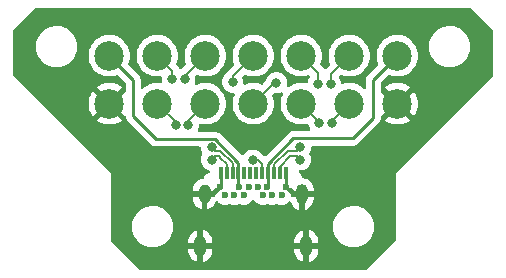
<source format=gbr>
%TF.GenerationSoftware,KiCad,Pcbnew,8.0.1*%
%TF.CreationDate,2024-03-26T16:51:19-04:00*%
%TF.ProjectId,commapogo_female,636f6d6d-6170-46f6-976f-5f66656d616c,rev?*%
%TF.SameCoordinates,Original*%
%TF.FileFunction,Copper,L1,Top*%
%TF.FilePolarity,Positive*%
%FSLAX46Y46*%
G04 Gerber Fmt 4.6, Leading zero omitted, Abs format (unit mm)*
G04 Created by KiCad (PCBNEW 8.0.1) date 2024-03-26 16:51:19*
%MOMM*%
%LPD*%
G01*
G04 APERTURE LIST*
%TA.AperFunction,ComponentPad*%
%ADD10O,1.000000X1.600000*%
%TD*%
%TA.AperFunction,ComponentPad*%
%ADD11O,1.000000X1.800000*%
%TD*%
%TA.AperFunction,ComponentPad*%
%ADD12O,1.000000X1.700000*%
%TD*%
%TA.AperFunction,SMDPad,CuDef*%
%ADD13R,0.300000X1.000000*%
%TD*%
%TA.AperFunction,ComponentPad*%
%ADD14C,0.600000*%
%TD*%
%TA.AperFunction,SMDPad,CuDef*%
%ADD15C,2.500000*%
%TD*%
%TA.AperFunction,ViaPad*%
%ADD16C,0.800000*%
%TD*%
%TA.AperFunction,Conductor*%
%ADD17C,0.250000*%
%TD*%
%TA.AperFunction,Conductor*%
%ADD18C,0.200000*%
%TD*%
G04 APERTURE END LIST*
D10*
%TO.P,J2,1*%
%TO.N,GND*%
X-4125000Y-5620000D03*
D11*
%TO.P,J2,2*%
X-4485000Y-10010000D03*
%TO.P,J2,3*%
X4485000Y-10010000D03*
D12*
%TO.P,J2,4*%
X4125000Y-5620000D03*
D13*
%TO.P,J2,A1,Pin_1a*%
X-2750000Y-3810000D03*
%TO.P,J2,A2,Pin_2a*%
%TO.N,/CAN0_P*%
X-2250000Y-3810000D03*
%TO.P,J2,A3,Pin_3a*%
%TO.N,/CAN0_N*%
X-1750000Y-3810000D03*
%TO.P,J2,A4,Pin_4a*%
%TO.N,+12V*%
X-1250000Y-3810000D03*
%TO.P,J2,A5,Pin_5a*%
%TO.N,unconnected-(J2-Pin_5a-PadA5)*%
X-750000Y-3810000D03*
%TO.P,J2,A6,Pin_6a*%
%TO.N,unconnected-(J2-Pin_6a-PadA6)*%
X-250000Y-3810000D03*
%TO.P,J2,A7,Pin_7a*%
%TO.N,unconnected-(J2-Pin_7a-PadA7)*%
X250000Y-3810000D03*
%TO.P,J2,A8,Pin_8a*%
%TO.N,/SBU1*%
X750000Y-3810000D03*
%TO.P,J2,A9,A9*%
%TO.N,+12V*%
X1250000Y-3810000D03*
%TO.P,J2,A10,Pin_10a*%
%TO.N,/CAN1_N*%
X1750000Y-3810000D03*
%TO.P,J2,A11,Pin_11a*%
%TO.N,/CAN1_P*%
X2250000Y-3810000D03*
%TO.P,J2,A12,Pin_12a*%
%TO.N,GND*%
X2750000Y-3810000D03*
D14*
%TO.P,J2,B1,B1*%
X2800000Y-5020000D03*
%TO.P,J2,B2,Pin_2b*%
%TO.N,/CAN2_P*%
X2400000Y-5720000D03*
%TO.P,J2,B3,Pin_3b*%
%TO.N,/CAN2_N*%
X1600000Y-5720000D03*
%TO.P,J2,B4,Pin_4b*%
%TO.N,+12V*%
X1200000Y-5020000D03*
%TO.P,J2,B5,Pin_5b*%
%TO.N,unconnected-(J2-Pin_5b-PadB5)*%
X800000Y-5720000D03*
%TO.P,J2,B6,Pin_6b*%
%TO.N,unconnected-(J2-Pin_6b-PadB6)*%
X400000Y-5020000D03*
%TO.P,J2,B7,Pin_7b*%
%TO.N,unconnected-(J2-Pin_7b-PadB7)*%
X-400000Y-5020000D03*
%TO.P,J2,B8,Pin_8b*%
%TO.N,/SBU2*%
X-800000Y-5720000D03*
%TO.P,J2,B9,Pin_9b*%
%TO.N,+12V*%
X-1200000Y-5020000D03*
%TO.P,J2,B10,Pin_10b*%
%TO.N,/CAN3_N*%
X-1600000Y-5720000D03*
%TO.P,J2,B11,Pin_11b*%
%TO.N,/CAN3_P*%
X-2400000Y-5720000D03*
%TO.P,J2,B12,Pin_12b*%
%TO.N,GND*%
X-2800000Y-5020000D03*
%TD*%
D15*
%TO.P,J1,1,Pin_1a*%
%TO.N,+12V*%
X-12192000Y6096000D03*
%TO.P,J1,2,Pin_2a*%
%TO.N,/CAN3_P*%
X-8128000Y6096000D03*
%TO.P,J1,3,Pin_3a*%
%TO.N,/CAN3_N*%
X-4064000Y6096000D03*
%TO.P,J1,4,Pin_4a*%
%TO.N,/SBU2*%
X0Y6096000D03*
%TO.P,J1,5,Pin_5a*%
%TO.N,/CAN2_N*%
X4064000Y6096000D03*
%TO.P,J1,6,Pin_6a*%
%TO.N,/CAN2_P*%
X8128000Y6096000D03*
%TO.P,J1,7,Pin_7a*%
%TO.N,+12V*%
X12192000Y6096000D03*
%TO.P,J1,8,Pin_1b*%
%TO.N,GND*%
X-12192000Y2032000D03*
%TO.P,J1,9,Pin_2b*%
%TO.N,/CAN0_P*%
X-8128000Y2032000D03*
%TO.P,J1,10,Pin_3b*%
%TO.N,/CAN0_N*%
X-4064000Y2032000D03*
%TO.P,J1,11,Pin_4b*%
%TO.N,/SBU1*%
X0Y2032000D03*
%TO.P,J1,12,Pin_5b*%
%TO.N,/CAN1_N*%
X4064000Y2032000D03*
%TO.P,J1,13,Pin_6b*%
%TO.N,/CAN1_P*%
X8128000Y2032000D03*
%TO.P,J1,14,Pin_7b*%
%TO.N,GND*%
X12192000Y2032000D03*
%TD*%
D16*
%TO.N,/CAN2_N*%
X5494800Y3708400D03*
%TO.N,/CAN1_P*%
X3987800Y-2709400D03*
X6646400Y355600D03*
%TO.N,/SBU1*%
X-45421Y-2747641D03*
X1955800Y3810000D03*
%TO.N,/CAN2_P*%
X6544800Y3708400D03*
%TO.N,/CAN1_N*%
X3987800Y-1659400D03*
X5596400Y355600D03*
%TO.N,/CAN0_P*%
X-6544800Y254000D03*
X-3530600Y-2709400D03*
%TO.N,/CAN3_N*%
X-5799600Y4114800D03*
%TO.N,/SBU2*%
X-1752594Y3860803D03*
%TO.N,/CAN3_P*%
X-6849600Y4114800D03*
%TO.N,/CAN0_N*%
X-3530600Y-1659400D03*
X-5494800Y254000D03*
%TD*%
D17*
%TO.N,+12V*%
X-10160000Y4064000D02*
X-12192000Y6096000D01*
X-3244689Y-965200D02*
X-8204200Y-965200D01*
X-1250000Y-2959889D02*
X-3244689Y-965200D01*
X-8204200Y-965200D02*
X-10160000Y990600D01*
X-10160000Y990600D02*
X-10160000Y4064000D01*
X-1250000Y-3810000D02*
X-1250000Y-2959889D01*
X8407400Y-914400D02*
X10160000Y838200D01*
X10160000Y838200D02*
X10160000Y4064000D01*
X1250000Y-3060000D02*
X3395600Y-914400D01*
X10160000Y4064000D02*
X12192000Y6096000D01*
X1250000Y-3810000D02*
X1250000Y-3060000D01*
X3395600Y-914400D02*
X8407400Y-914400D01*
X-1250000Y-3810000D02*
X-1250000Y-4970000D01*
X1250000Y-3810000D02*
X1250000Y-4970000D01*
X-1250000Y-4970000D02*
X-1200000Y-5020000D01*
X1250000Y-4970000D02*
X1200000Y-5020000D01*
D18*
%TO.N,/CAN2_N*%
X5494800Y4665200D02*
X4064000Y6096000D01*
X5494800Y3708400D02*
X5494800Y4665200D01*
%TO.N,/CAN1_P*%
X2250000Y-3460000D02*
X2225000Y-3435000D01*
X6646400Y355600D02*
X6646400Y550400D01*
X3687801Y-2409401D02*
X3987800Y-2709400D01*
X6646400Y550400D02*
X8128000Y2032000D01*
X2225000Y-3300200D02*
X3115799Y-2409401D01*
X3115799Y-2409401D02*
X3687801Y-2409401D01*
X2250000Y-3810000D02*
X2250000Y-3460000D01*
X2225000Y-3435000D02*
X2225000Y-3300200D01*
D17*
%TO.N,GND*%
X2750000Y-4970000D02*
X2800000Y-5020000D01*
X2750000Y-3810000D02*
X2750000Y-4970000D01*
X3400000Y-5620000D02*
X4125000Y-5620000D01*
X-2750000Y-3810000D02*
X-2750000Y-4970000D01*
X-3400000Y-5620000D02*
X-4125000Y-5620000D01*
X2800000Y-5020000D02*
X3400000Y-5620000D01*
X-2750000Y-4970000D02*
X-2800000Y-5020000D01*
X-2800000Y-5020000D02*
X-3400000Y-5620000D01*
D18*
%TO.N,/SBU1*%
X387641Y-2747641D02*
X-45421Y-2747641D01*
X750000Y-3810000D02*
X750000Y-3110000D01*
X1955800Y3810000D02*
X1778000Y3810000D01*
X1778000Y3810000D02*
X0Y2032000D01*
X750000Y1282000D02*
X0Y2032000D01*
X750000Y-3110000D02*
X387641Y-2747641D01*
%TO.N,/CAN2_P*%
X6544800Y4512800D02*
X8128000Y6096000D01*
X6544800Y3708400D02*
X6544800Y4512800D01*
%TO.N,/CAN1_N*%
X1750000Y-3460000D02*
X1775000Y-3435000D01*
X5596400Y499600D02*
X4064000Y2032000D01*
X1775000Y-3435000D02*
X1775000Y-3113800D01*
X5596400Y355600D02*
X5596400Y499600D01*
X3687801Y-1959399D02*
X3987800Y-1659400D01*
X1775000Y-3113800D02*
X2929401Y-1959399D01*
X2929401Y-1959399D02*
X3687801Y-1959399D01*
X1750000Y-3810000D02*
X1750000Y-3460000D01*
%TO.N,/CAN0_P*%
X-6544800Y254000D02*
X-6544800Y448800D01*
X-2250000Y-3810000D02*
X-2250000Y-3110000D01*
X-2250000Y-3110000D02*
X-2812400Y-2547600D01*
X-3230601Y-2409401D02*
X-3530600Y-2709400D01*
X-6544800Y448800D02*
X-8128000Y2032000D01*
X-2812400Y-2509600D02*
X-2912599Y-2409401D01*
X-2912599Y-2409401D02*
X-3230601Y-2409401D01*
X-2812400Y-2547600D02*
X-2812400Y-2509600D01*
%TO.N,/CAN3_N*%
X-5799600Y4360400D02*
X-4064000Y6096000D01*
X-5799600Y4114800D02*
X-5799600Y4360400D01*
%TO.N,/SBU2*%
X0Y6096000D02*
X-1752594Y4343406D01*
X-1752594Y4343406D02*
X-1752594Y3860803D01*
%TO.N,/CAN3_P*%
X-6849600Y4817600D02*
X-8128000Y6096000D01*
X-6849600Y4114800D02*
X-6849600Y4817600D01*
%TO.N,/CAN0_N*%
X-2802034Y-1959399D02*
X-3230601Y-1959399D01*
X-5494800Y601200D02*
X-4064000Y2032000D01*
X-1750000Y-3011433D02*
X-2802034Y-1959399D01*
X-1750000Y-3810000D02*
X-1750000Y-3011433D01*
X-5494800Y254000D02*
X-5494800Y601200D01*
X-3230601Y-1959399D02*
X-3530600Y-1659400D01*
%TD*%
%TA.AperFunction,Conductor*%
%TO.N,GND*%
G36*
X-3133494Y-5102452D02*
G01*
X-3077560Y-5144323D01*
X-3053143Y-5209788D01*
X-3067995Y-5278061D01*
X-3071833Y-5284605D01*
X-3125788Y-5370474D01*
X-3185369Y-5540745D01*
X-3185370Y-5540750D01*
X-3205565Y-5719996D01*
X-3205565Y-5720001D01*
X-3204200Y-5732115D01*
X-3216254Y-5800937D01*
X-3263603Y-5852317D01*
X-3327420Y-5870000D01*
X-3875000Y-5870000D01*
X-3875000Y-5370000D01*
X-3503554Y-5370000D01*
X-3503554Y-5369999D01*
X-3264508Y-5130953D01*
X-3203185Y-5097468D01*
X-3133494Y-5102452D01*
G37*
%TD.AperFunction*%
%TA.AperFunction,Conductor*%
G36*
X3258980Y-5125754D02*
G01*
X3264507Y-5130953D01*
X3503554Y-5370000D01*
X3875000Y-5370000D01*
X3875000Y-5870000D01*
X3327420Y-5870000D01*
X3260381Y-5850315D01*
X3214626Y-5797511D01*
X3204200Y-5732115D01*
X3205565Y-5720001D01*
X3205565Y-5719996D01*
X3185369Y-5540750D01*
X3185368Y-5540745D01*
X3125788Y-5370476D01*
X3071832Y-5284606D01*
X3052832Y-5217370D01*
X3073200Y-5150534D01*
X3126467Y-5105320D01*
X3195724Y-5096082D01*
X3258980Y-5125754D01*
G37*
%TD.AperFunction*%
%TA.AperFunction,Conductor*%
G36*
X18430677Y10140315D02*
G01*
X18451319Y10123681D01*
X20283681Y8291319D01*
X20317166Y8229996D01*
X20320000Y8203638D01*
X20320000Y4496362D01*
X20300315Y4429323D01*
X20283681Y4408681D01*
X12065000Y-3809999D01*
X12065000Y-9473638D01*
X12045315Y-9540677D01*
X12028681Y-9561319D01*
X9561319Y-12028681D01*
X9499996Y-12062166D01*
X9473638Y-12065000D01*
X0Y-12065000D01*
X-9473638Y-12065000D01*
X-9540677Y-12045315D01*
X-9561319Y-12028681D01*
X-11081505Y-10508495D01*
X-5485000Y-10508495D01*
X-5446573Y-10701681D01*
X-5446570Y-10701693D01*
X-5371193Y-10883671D01*
X-5371186Y-10883684D01*
X-5261752Y-11047462D01*
X-5261749Y-11047466D01*
X-5122467Y-11186748D01*
X-5122463Y-11186751D01*
X-4958685Y-11296185D01*
X-4958672Y-11296192D01*
X-4776692Y-11371569D01*
X-4735000Y-11379862D01*
X-4735000Y-10359728D01*
X-4696940Y-10451614D01*
X-4626614Y-10521940D01*
X-4534728Y-10560000D01*
X-4435272Y-10560000D01*
X-4343386Y-10521940D01*
X-4273060Y-10451614D01*
X-4235000Y-10359728D01*
X-4235000Y-11379862D01*
X-4193310Y-11371569D01*
X-4193308Y-11371569D01*
X-4011329Y-11296192D01*
X-4011316Y-11296185D01*
X-3847538Y-11186751D01*
X-3847534Y-11186748D01*
X-3708252Y-11047466D01*
X-3708249Y-11047462D01*
X-3598815Y-10883684D01*
X-3598808Y-10883671D01*
X-3523431Y-10701693D01*
X-3523428Y-10701681D01*
X-3485001Y-10508495D01*
X3485000Y-10508495D01*
X3523427Y-10701681D01*
X3523430Y-10701693D01*
X3598807Y-10883671D01*
X3598814Y-10883684D01*
X3708248Y-11047462D01*
X3708251Y-11047466D01*
X3847533Y-11186748D01*
X3847537Y-11186751D01*
X4011315Y-11296185D01*
X4011328Y-11296192D01*
X4193308Y-11371569D01*
X4235000Y-11379862D01*
X4235000Y-10359728D01*
X4273060Y-10451614D01*
X4343386Y-10521940D01*
X4435272Y-10560000D01*
X4534728Y-10560000D01*
X4626614Y-10521940D01*
X4696940Y-10451614D01*
X4735000Y-10359728D01*
X4735000Y-11379862D01*
X4776690Y-11371569D01*
X4776692Y-11371569D01*
X4958671Y-11296192D01*
X4958684Y-11296185D01*
X5122462Y-11186751D01*
X5122466Y-11186748D01*
X5261748Y-11047466D01*
X5261751Y-11047462D01*
X5371185Y-10883684D01*
X5371192Y-10883671D01*
X5446569Y-10701693D01*
X5446572Y-10701681D01*
X5484999Y-10508495D01*
X5485000Y-10508492D01*
X5485000Y-10260000D01*
X4735000Y-10260000D01*
X4735000Y-9760000D01*
X5485000Y-9760000D01*
X5485000Y-9511508D01*
X5484999Y-9511504D01*
X5446572Y-9318318D01*
X5446569Y-9318306D01*
X5371192Y-9136328D01*
X5371185Y-9136315D01*
X5261751Y-8972537D01*
X5261748Y-8972533D01*
X5122466Y-8833251D01*
X5122462Y-8833248D01*
X4958684Y-8723814D01*
X4958671Y-8723807D01*
X4776691Y-8648429D01*
X4776683Y-8648427D01*
X4735000Y-8640135D01*
X4735000Y-9660272D01*
X4696940Y-9568386D01*
X4626614Y-9498060D01*
X4534728Y-9460000D01*
X4435272Y-9460000D01*
X4343386Y-9498060D01*
X4273060Y-9568386D01*
X4235000Y-9660272D01*
X4235000Y-8640136D01*
X4234999Y-8640135D01*
X4193316Y-8648427D01*
X4193308Y-8648429D01*
X4011328Y-8723807D01*
X4011315Y-8723814D01*
X3847537Y-8833248D01*
X3847533Y-8833251D01*
X3708251Y-8972533D01*
X3708248Y-8972537D01*
X3598814Y-9136315D01*
X3598807Y-9136328D01*
X3523430Y-9318306D01*
X3523427Y-9318318D01*
X3485000Y-9511504D01*
X3485000Y-9760000D01*
X4235000Y-9760000D01*
X4235000Y-10260000D01*
X3485000Y-10260000D01*
X3485000Y-10508495D01*
X-3485001Y-10508495D01*
X-3485000Y-10508492D01*
X-3485000Y-10260000D01*
X-4235000Y-10260000D01*
X-4235000Y-9760000D01*
X-3485000Y-9760000D01*
X-3485000Y-9511508D01*
X-3485001Y-9511504D01*
X-3523428Y-9318318D01*
X-3523431Y-9318306D01*
X-3598808Y-9136328D01*
X-3598815Y-9136315D01*
X-3708249Y-8972537D01*
X-3708252Y-8972533D01*
X-3847534Y-8833251D01*
X-3847538Y-8833248D01*
X-4011316Y-8723814D01*
X-4011329Y-8723807D01*
X-4193309Y-8648429D01*
X-4193317Y-8648427D01*
X-4235000Y-8640135D01*
X-4235000Y-9660272D01*
X-4273060Y-9568386D01*
X-4343386Y-9498060D01*
X-4435272Y-9460000D01*
X-4534728Y-9460000D01*
X-4626614Y-9498060D01*
X-4696940Y-9568386D01*
X-4735000Y-9660272D01*
X-4735000Y-8640136D01*
X-4735001Y-8640135D01*
X-4776684Y-8648427D01*
X-4776692Y-8648429D01*
X-4958672Y-8723807D01*
X-4958685Y-8723814D01*
X-5122463Y-8833248D01*
X-5122467Y-8833251D01*
X-5261749Y-8972533D01*
X-5261752Y-8972537D01*
X-5371186Y-9136315D01*
X-5371193Y-9136328D01*
X-5446570Y-9318306D01*
X-5446573Y-9318318D01*
X-5485000Y-9511504D01*
X-5485000Y-9760000D01*
X-4735000Y-9760000D01*
X-4735000Y-10260000D01*
X-5485000Y-10260000D01*
X-5485000Y-10508495D01*
X-11081505Y-10508495D01*
X-12028681Y-9561319D01*
X-12062166Y-9499996D01*
X-12065000Y-9473638D01*
X-12065000Y-8496741D01*
X-10259500Y-8496741D01*
X-10239529Y-8648427D01*
X-10229548Y-8724238D01*
X-10229547Y-8724240D01*
X-10170158Y-8945887D01*
X-10082350Y-9157876D01*
X-10082343Y-9157890D01*
X-9967608Y-9356617D01*
X-9827919Y-9538661D01*
X-9827911Y-9538670D01*
X-9665670Y-9700911D01*
X-9665662Y-9700918D01*
X-9483618Y-9840607D01*
X-9483615Y-9840608D01*
X-9483612Y-9840611D01*
X-9284888Y-9955344D01*
X-9284883Y-9955346D01*
X-9284877Y-9955349D01*
X-9193520Y-9993190D01*
X-9072887Y-10043158D01*
X-8851238Y-10102548D01*
X-8623734Y-10132500D01*
X-8623727Y-10132500D01*
X-8394273Y-10132500D01*
X-8394266Y-10132500D01*
X-8166762Y-10102548D01*
X-7945113Y-10043158D01*
X-7733112Y-9955344D01*
X-7534388Y-9840611D01*
X-7352339Y-9700919D01*
X-7352335Y-9700914D01*
X-7352330Y-9700911D01*
X-7190089Y-9538670D01*
X-7190086Y-9538665D01*
X-7190081Y-9538661D01*
X-7050389Y-9356612D01*
X-6935656Y-9157888D01*
X-6847842Y-8945887D01*
X-6788452Y-8724238D01*
X-6758501Y-8496741D01*
X6758500Y-8496741D01*
X6778471Y-8648427D01*
X6788452Y-8724238D01*
X6788453Y-8724240D01*
X6847842Y-8945887D01*
X6935650Y-9157876D01*
X6935657Y-9157890D01*
X7050392Y-9356617D01*
X7190081Y-9538661D01*
X7190089Y-9538670D01*
X7352330Y-9700911D01*
X7352338Y-9700918D01*
X7534382Y-9840607D01*
X7534385Y-9840608D01*
X7534388Y-9840611D01*
X7733112Y-9955344D01*
X7733117Y-9955346D01*
X7733123Y-9955349D01*
X7824480Y-9993190D01*
X7945113Y-10043158D01*
X8166762Y-10102548D01*
X8394266Y-10132500D01*
X8394273Y-10132500D01*
X8623727Y-10132500D01*
X8623734Y-10132500D01*
X8851238Y-10102548D01*
X9072887Y-10043158D01*
X9284888Y-9955344D01*
X9483612Y-9840611D01*
X9665661Y-9700919D01*
X9665665Y-9700914D01*
X9665670Y-9700911D01*
X9827911Y-9538670D01*
X9827914Y-9538665D01*
X9827919Y-9538661D01*
X9967611Y-9356612D01*
X10082344Y-9157888D01*
X10170158Y-8945887D01*
X10229548Y-8724238D01*
X10259500Y-8496734D01*
X10259500Y-8267266D01*
X10229548Y-8039762D01*
X10170158Y-7818113D01*
X10082344Y-7606112D01*
X9967611Y-7407388D01*
X9967608Y-7407385D01*
X9967607Y-7407382D01*
X9827918Y-7225338D01*
X9827911Y-7225330D01*
X9665670Y-7063089D01*
X9665661Y-7063081D01*
X9483617Y-6923392D01*
X9284890Y-6808657D01*
X9284876Y-6808650D01*
X9072887Y-6720842D01*
X8851238Y-6661452D01*
X8813215Y-6656446D01*
X8623741Y-6631500D01*
X8623734Y-6631500D01*
X8394266Y-6631500D01*
X8394258Y-6631500D01*
X8177715Y-6660009D01*
X8166762Y-6661452D01*
X8073076Y-6686554D01*
X7945112Y-6720842D01*
X7733123Y-6808650D01*
X7733109Y-6808657D01*
X7534382Y-6923392D01*
X7352338Y-7063081D01*
X7190081Y-7225338D01*
X7050392Y-7407382D01*
X6935657Y-7606109D01*
X6935650Y-7606123D01*
X6847842Y-7818112D01*
X6788453Y-8039759D01*
X6788451Y-8039770D01*
X6758500Y-8267258D01*
X6758500Y-8496741D01*
X-6758501Y-8496741D01*
X-6758500Y-8496734D01*
X-6758500Y-8267266D01*
X-6788452Y-8039762D01*
X-6847842Y-7818113D01*
X-6935656Y-7606112D01*
X-7050389Y-7407388D01*
X-7050392Y-7407385D01*
X-7050393Y-7407382D01*
X-7190082Y-7225338D01*
X-7190089Y-7225330D01*
X-7352330Y-7063089D01*
X-7352339Y-7063081D01*
X-7534383Y-6923392D01*
X-7733110Y-6808657D01*
X-7733124Y-6808650D01*
X-7945113Y-6720842D01*
X-8166762Y-6661452D01*
X-8204785Y-6656446D01*
X-8394259Y-6631500D01*
X-8394266Y-6631500D01*
X-8623734Y-6631500D01*
X-8623742Y-6631500D01*
X-8840285Y-6660009D01*
X-8851238Y-6661452D01*
X-8944924Y-6686554D01*
X-9072888Y-6720842D01*
X-9284877Y-6808650D01*
X-9284891Y-6808657D01*
X-9483618Y-6923392D01*
X-9665662Y-7063081D01*
X-9827919Y-7225338D01*
X-9967608Y-7407382D01*
X-10082343Y-7606109D01*
X-10082350Y-7606123D01*
X-10170158Y-7818112D01*
X-10229547Y-8039759D01*
X-10229549Y-8039770D01*
X-10259500Y-8267258D01*
X-10259500Y-8496741D01*
X-12065000Y-8496741D01*
X-12065000Y-3810000D01*
X-16504280Y629280D01*
X-13241170Y629280D01*
X-13069454Y512207D01*
X-13069450Y512205D01*
X-12833146Y398406D01*
X-12833142Y398405D01*
X-12582506Y321093D01*
X-12582500Y321091D01*
X-12323152Y282001D01*
X-12323143Y282000D01*
X-12060857Y282000D01*
X-12060849Y282001D01*
X-11801501Y321091D01*
X-11801495Y321093D01*
X-11550857Y398405D01*
X-11314555Y512202D01*
X-11314553Y512203D01*
X-11142832Y629280D01*
X-12192000Y1678447D01*
X-13241170Y629280D01*
X-16504280Y629280D01*
X-17906996Y2031996D01*
X-13946907Y2031996D01*
X-13927308Y1770455D01*
X-13927307Y1770450D01*
X-13868942Y1514730D01*
X-13773117Y1270574D01*
X-13773118Y1270574D01*
X-13641973Y1043427D01*
X-13594126Y983429D01*
X-12545553Y2032000D01*
X-12545553Y2032001D01*
X-13594126Y3080573D01*
X-13641972Y3020575D01*
X-13773117Y2793427D01*
X-13868942Y2549271D01*
X-13927307Y2293551D01*
X-13927308Y2293546D01*
X-13946907Y2032005D01*
X-13946907Y2031996D01*
X-17906996Y2031996D01*
X-19309723Y3434723D01*
X-13241170Y3434723D01*
X-12192000Y2385553D01*
X-12191999Y2385553D01*
X-11142832Y3434722D01*
X-11314546Y3551794D01*
X-11314555Y3551799D01*
X-11550858Y3665596D01*
X-11550856Y3665596D01*
X-11801495Y3742908D01*
X-11801501Y3742910D01*
X-12060849Y3782000D01*
X-12323152Y3782000D01*
X-12582500Y3742910D01*
X-12582506Y3742908D01*
X-12833142Y3665596D01*
X-12833146Y3665595D01*
X-13069453Y3551795D01*
X-13069461Y3551790D01*
X-13241170Y3434723D01*
X-19309723Y3434723D01*
X-20283681Y4408681D01*
X-20317166Y4470004D01*
X-20320000Y4496362D01*
X-20320000Y6743259D01*
X-18387500Y6743259D01*
X-18370405Y6613416D01*
X-18357548Y6515762D01*
X-18357547Y6515760D01*
X-18298158Y6294113D01*
X-18210350Y6082124D01*
X-18210343Y6082110D01*
X-18095608Y5883383D01*
X-17955919Y5701339D01*
X-17955911Y5701330D01*
X-17793670Y5539089D01*
X-17793662Y5539082D01*
X-17611618Y5399393D01*
X-17611615Y5399392D01*
X-17611612Y5399389D01*
X-17412888Y5284656D01*
X-17412883Y5284654D01*
X-17412877Y5284651D01*
X-17321520Y5246810D01*
X-17200887Y5196842D01*
X-16979238Y5137452D01*
X-16751734Y5107500D01*
X-16751727Y5107500D01*
X-16522273Y5107500D01*
X-16522266Y5107500D01*
X-16294762Y5137452D01*
X-16073113Y5196842D01*
X-15861112Y5284656D01*
X-15662388Y5399389D01*
X-15480339Y5539081D01*
X-15480335Y5539086D01*
X-15480330Y5539089D01*
X-15318089Y5701330D01*
X-15318086Y5701335D01*
X-15318081Y5701339D01*
X-15178389Y5883388D01*
X-15063656Y6082112D01*
X-15057905Y6095996D01*
X-13947408Y6095996D01*
X-13927804Y5834380D01*
X-13927803Y5834375D01*
X-13869424Y5578598D01*
X-13869422Y5578591D01*
X-13869420Y5578584D01*
X-13773568Y5334357D01*
X-13642386Y5107143D01*
X-13530361Y4966668D01*
X-13478802Y4902015D01*
X-13394643Y4823928D01*
X-13286479Y4723567D01*
X-13069704Y4575772D01*
X-13069699Y4575770D01*
X-13069698Y4575769D01*
X-13069697Y4575768D01*
X-13008206Y4546156D01*
X-12833327Y4461939D01*
X-12833326Y4461939D01*
X-12833323Y4461937D01*
X-12582615Y4384604D01*
X-12323182Y4345500D01*
X-12060818Y4345500D01*
X-11801385Y4384604D01*
X-11550677Y4461937D01*
X-11550650Y4461951D01*
X-11548605Y4462752D01*
X-11547806Y4462823D01*
X-11546243Y4463305D01*
X-11546140Y4462971D01*
X-11479009Y4468932D01*
X-11417120Y4436505D01*
X-11415602Y4435012D01*
X-10821819Y3841229D01*
X-10788334Y3779906D01*
X-10785500Y3753548D01*
X-10785500Y3136311D01*
X-10805185Y3069272D01*
X-10821819Y3048630D01*
X-11838447Y2032001D01*
X-11838447Y2032000D01*
X-10821819Y1015372D01*
X-10788334Y954049D01*
X-10786290Y935036D01*
X-10786097Y935054D01*
X-10785501Y928995D01*
X-10773483Y868574D01*
X-10767405Y838020D01*
X-10767405Y838018D01*
X-10761466Y808156D01*
X-10761463Y808149D01*
X-10714312Y694314D01*
X-10691096Y659570D01*
X-10691095Y659567D01*
X-10691094Y659567D01*
X-10645859Y591868D01*
X-10645856Y591864D01*
X-10554414Y500422D01*
X-10554392Y500402D01*
X-8693184Y-1360806D01*
X-8693155Y-1360837D01*
X-8602938Y-1451054D01*
X-8602935Y-1451056D01*
X-8602933Y-1451058D01*
X-8561296Y-1478879D01*
X-8561293Y-1478882D01*
X-8512350Y-1511584D01*
X-8500485Y-1519512D01*
X-8451263Y-1539900D01*
X-8386652Y-1566663D01*
X-8326229Y-1578681D01*
X-8265807Y-1590700D01*
X-8265806Y-1590700D01*
X-4554931Y-1590700D01*
X-4487892Y-1610385D01*
X-4442137Y-1663189D01*
X-4431611Y-1701736D01*
X-4416274Y-1847656D01*
X-4416273Y-1847659D01*
X-4357779Y-2027686D01*
X-4357778Y-2027688D01*
X-4303096Y-2122401D01*
X-4286623Y-2190301D01*
X-4303096Y-2246399D01*
X-4357778Y-2341111D01*
X-4357779Y-2341113D01*
X-4399035Y-2468087D01*
X-4416274Y-2521144D01*
X-4436060Y-2709400D01*
X-4416274Y-2897656D01*
X-4416273Y-2897659D01*
X-4357782Y-3077677D01*
X-4357779Y-3077684D01*
X-4263133Y-3241616D01*
X-4160701Y-3355378D01*
X-4136471Y-3382288D01*
X-3983335Y-3493548D01*
X-3983330Y-3493551D01*
X-3810408Y-3570542D01*
X-3810403Y-3570544D01*
X-3774451Y-3578186D01*
X-3712969Y-3611378D01*
X-3679193Y-3672541D01*
X-3683845Y-3742256D01*
X-3725450Y-3798388D01*
X-3768137Y-3819250D01*
X-3822135Y-3833719D01*
X-3822137Y-3833719D01*
X-3822137Y-3833720D01*
X-3953365Y-3909485D01*
X-3953368Y-3909487D01*
X-4060513Y-4016632D01*
X-4060515Y-4016635D01*
X-4136280Y-4147863D01*
X-4160134Y-4236886D01*
X-4196500Y-4296546D01*
X-4255718Y-4326409D01*
X-4416682Y-4358427D01*
X-4416694Y-4358430D01*
X-4598672Y-4433807D01*
X-4598685Y-4433814D01*
X-4762463Y-4543248D01*
X-4762467Y-4543251D01*
X-4901749Y-4682533D01*
X-4901752Y-4682537D01*
X-5011186Y-4846315D01*
X-5011193Y-4846328D01*
X-5086570Y-5028306D01*
X-5086573Y-5028318D01*
X-5125000Y-5221504D01*
X-5125000Y-5370000D01*
X-4375000Y-5370000D01*
X-4375000Y-5870000D01*
X-5125000Y-5870000D01*
X-5125000Y-6018495D01*
X-5086573Y-6211681D01*
X-5086570Y-6211693D01*
X-5011193Y-6393671D01*
X-5011186Y-6393684D01*
X-4901752Y-6557462D01*
X-4901749Y-6557466D01*
X-4762467Y-6696748D01*
X-4762463Y-6696751D01*
X-4598685Y-6806185D01*
X-4598672Y-6806192D01*
X-4416692Y-6881569D01*
X-4375000Y-6889862D01*
X-4375000Y-5969728D01*
X-4336940Y-6061614D01*
X-4266614Y-6131940D01*
X-4174728Y-6170000D01*
X-4075272Y-6170000D01*
X-3983386Y-6131940D01*
X-3913060Y-6061614D01*
X-3875000Y-5969728D01*
X-3875000Y-6889862D01*
X-3833310Y-6881569D01*
X-3833308Y-6881569D01*
X-3651329Y-6806192D01*
X-3651316Y-6806185D01*
X-3487538Y-6696751D01*
X-3487534Y-6696748D01*
X-3348252Y-6557466D01*
X-3348249Y-6557462D01*
X-3238815Y-6393684D01*
X-3238811Y-6393677D01*
X-3198411Y-6296140D01*
X-3154570Y-6241736D01*
X-3088276Y-6219670D01*
X-3020577Y-6236948D01*
X-2996168Y-6255910D01*
X-2902262Y-6349816D01*
X-2811920Y-6406582D01*
X-2751746Y-6444392D01*
X-2749522Y-6445789D01*
X-2579261Y-6505366D01*
X-2579255Y-6505368D01*
X-2579250Y-6505369D01*
X-2400004Y-6525565D01*
X-2400000Y-6525565D01*
X-2399996Y-6525565D01*
X-2220751Y-6505369D01*
X-2220749Y-6505368D01*
X-2220745Y-6505368D01*
X-2220742Y-6505366D01*
X-2220738Y-6505366D01*
X-2043905Y-6443489D01*
X-2043154Y-6445637D01*
X-1984872Y-6436035D01*
X-1956412Y-6444392D01*
X-1956095Y-6443489D01*
X-1779263Y-6505366D01*
X-1779257Y-6505367D01*
X-1779255Y-6505368D01*
X-1779254Y-6505368D01*
X-1779250Y-6505369D01*
X-1600004Y-6525565D01*
X-1600000Y-6525565D01*
X-1599996Y-6525565D01*
X-1420751Y-6505369D01*
X-1420749Y-6505368D01*
X-1420745Y-6505368D01*
X-1420742Y-6505366D01*
X-1420738Y-6505366D01*
X-1243905Y-6443489D01*
X-1243154Y-6445637D01*
X-1184872Y-6436035D01*
X-1156412Y-6444392D01*
X-1156095Y-6443489D01*
X-979263Y-6505366D01*
X-979257Y-6505367D01*
X-979255Y-6505368D01*
X-979254Y-6505368D01*
X-979250Y-6505369D01*
X-800004Y-6525565D01*
X-800000Y-6525565D01*
X-799996Y-6525565D01*
X-620751Y-6505369D01*
X-620748Y-6505368D01*
X-620745Y-6505368D01*
X-450478Y-6445789D01*
X-297738Y-6349816D01*
X-170184Y-6222262D01*
X-104993Y-6118510D01*
X-52659Y-6072221D01*
X16394Y-6061573D01*
X80243Y-6089948D01*
X104992Y-6118509D01*
X170184Y-6222262D01*
X297738Y-6349816D01*
X388080Y-6406582D01*
X448254Y-6444392D01*
X450478Y-6445789D01*
X620739Y-6505366D01*
X620745Y-6505368D01*
X620750Y-6505369D01*
X799996Y-6525565D01*
X800000Y-6525565D01*
X800004Y-6525565D01*
X979249Y-6505369D01*
X979251Y-6505368D01*
X979255Y-6505368D01*
X979258Y-6505366D01*
X979262Y-6505366D01*
X1156095Y-6443489D01*
X1156846Y-6445637D01*
X1215128Y-6436035D01*
X1243588Y-6444392D01*
X1243905Y-6443489D01*
X1420737Y-6505366D01*
X1420743Y-6505367D01*
X1420745Y-6505368D01*
X1420746Y-6505368D01*
X1420750Y-6505369D01*
X1599996Y-6525565D01*
X1600000Y-6525565D01*
X1600004Y-6525565D01*
X1779249Y-6505369D01*
X1779251Y-6505368D01*
X1779255Y-6505368D01*
X1779258Y-6505366D01*
X1779262Y-6505366D01*
X1956095Y-6443489D01*
X1956846Y-6445637D01*
X2015128Y-6436035D01*
X2043588Y-6444392D01*
X2043905Y-6443489D01*
X2220737Y-6505366D01*
X2220743Y-6505367D01*
X2220745Y-6505368D01*
X2220746Y-6505368D01*
X2220750Y-6505369D01*
X2399996Y-6525565D01*
X2400000Y-6525565D01*
X2400004Y-6525565D01*
X2579249Y-6505369D01*
X2579252Y-6505368D01*
X2579255Y-6505368D01*
X2749522Y-6445789D01*
X2902262Y-6349816D01*
X2981525Y-6270552D01*
X3042844Y-6237070D01*
X3112536Y-6242054D01*
X3168470Y-6283925D01*
X3183764Y-6310783D01*
X3238809Y-6443675D01*
X3238814Y-6443684D01*
X3348248Y-6607462D01*
X3348251Y-6607466D01*
X3487533Y-6746748D01*
X3487537Y-6746751D01*
X3651315Y-6856185D01*
X3651328Y-6856192D01*
X3833308Y-6931569D01*
X3875000Y-6939862D01*
X3875000Y-5969728D01*
X3913060Y-6061614D01*
X3983386Y-6131940D01*
X4075272Y-6170000D01*
X4174728Y-6170000D01*
X4266614Y-6131940D01*
X4336940Y-6061614D01*
X4375000Y-5969728D01*
X4375000Y-6939862D01*
X4416690Y-6931569D01*
X4416692Y-6931569D01*
X4598671Y-6856192D01*
X4598684Y-6856185D01*
X4762462Y-6746751D01*
X4762466Y-6746748D01*
X4901748Y-6607466D01*
X4901751Y-6607462D01*
X5011185Y-6443684D01*
X5011192Y-6443671D01*
X5086569Y-6261693D01*
X5086572Y-6261681D01*
X5124999Y-6068495D01*
X5125000Y-6068492D01*
X5125000Y-5870000D01*
X4375000Y-5870000D01*
X4375000Y-5370000D01*
X5125000Y-5370000D01*
X5125000Y-5171508D01*
X5124999Y-5171504D01*
X5086572Y-4978318D01*
X5086569Y-4978306D01*
X5011192Y-4796328D01*
X5011185Y-4796315D01*
X4901751Y-4632537D01*
X4901748Y-4632533D01*
X4762466Y-4493251D01*
X4762462Y-4493248D01*
X4598684Y-4383814D01*
X4598671Y-4383807D01*
X4416693Y-4308430D01*
X4416681Y-4308427D01*
X4242324Y-4273745D01*
X4180413Y-4241360D01*
X4146740Y-4184221D01*
X4126281Y-4107865D01*
X4050515Y-3976635D01*
X3943365Y-3869485D01*
X3894525Y-3841287D01*
X3846309Y-3790720D01*
X3833087Y-3722113D01*
X3859055Y-3657248D01*
X3915969Y-3616720D01*
X3956525Y-3609900D01*
X4082444Y-3609900D01*
X4082446Y-3609900D01*
X4267603Y-3570544D01*
X4440530Y-3493551D01*
X4593671Y-3382288D01*
X4720333Y-3241616D01*
X4814979Y-3077684D01*
X4873474Y-2897656D01*
X4893260Y-2709400D01*
X4873474Y-2521144D01*
X4814979Y-2341116D01*
X4760293Y-2246397D01*
X4743821Y-2178500D01*
X4760294Y-2122401D01*
X4814979Y-2027684D01*
X4873474Y-1847656D01*
X4893260Y-1659400D01*
X4893259Y-1659398D01*
X4893939Y-1652937D01*
X4896403Y-1653195D01*
X4912945Y-1596861D01*
X4965749Y-1551106D01*
X5017260Y-1539900D01*
X8469007Y-1539900D01*
X8529429Y-1527881D01*
X8589852Y-1515863D01*
X8651016Y-1490528D01*
X8703686Y-1468712D01*
X8765190Y-1427615D01*
X8806133Y-1400258D01*
X8893258Y-1313133D01*
X8893258Y-1313131D01*
X8903466Y-1302924D01*
X8903467Y-1302921D01*
X10645858Y439467D01*
X10714312Y541915D01*
X10750499Y629280D01*
X11142830Y629280D01*
X11314546Y512207D01*
X11314550Y512205D01*
X11550854Y398406D01*
X11550858Y398405D01*
X11801494Y321093D01*
X11801500Y321091D01*
X12060848Y282001D01*
X12060857Y282000D01*
X12323143Y282000D01*
X12323151Y282001D01*
X12582499Y321091D01*
X12582505Y321093D01*
X12833143Y398405D01*
X13069445Y512202D01*
X13069447Y512203D01*
X13241168Y629280D01*
X12192000Y1678447D01*
X11142830Y629280D01*
X10750499Y629280D01*
X10761463Y655749D01*
X10762223Y659567D01*
X10774627Y721929D01*
X10785501Y776594D01*
X10785501Y899807D01*
X10785501Y904917D01*
X10785500Y904943D01*
X10785500Y927691D01*
X10805185Y994730D01*
X10821819Y1015372D01*
X11838447Y2032000D01*
X12545553Y2032000D01*
X13594125Y983428D01*
X13641971Y1043427D01*
X13773116Y1270574D01*
X13868941Y1514730D01*
X13927306Y1770450D01*
X13927307Y1770455D01*
X13946907Y2031996D01*
X13946907Y2032005D01*
X13927307Y2293546D01*
X13927306Y2293551D01*
X13868941Y2549271D01*
X13773116Y2793427D01*
X13773117Y2793427D01*
X13641972Y3020574D01*
X13594124Y3080573D01*
X12545553Y2032001D01*
X12545553Y2032000D01*
X11838447Y2032000D01*
X11838447Y2032001D01*
X10821819Y3048629D01*
X10788334Y3109952D01*
X10785500Y3136310D01*
X10785500Y3434723D01*
X11142830Y3434723D01*
X12192000Y2385553D01*
X12192001Y2385553D01*
X13241168Y3434722D01*
X13069454Y3551794D01*
X13069445Y3551799D01*
X12833142Y3665596D01*
X12833144Y3665596D01*
X12582505Y3742908D01*
X12582499Y3742910D01*
X12323151Y3782000D01*
X12060848Y3782000D01*
X11801500Y3742910D01*
X11801494Y3742908D01*
X11550858Y3665596D01*
X11550854Y3665595D01*
X11314547Y3551795D01*
X11314539Y3551790D01*
X11142830Y3434723D01*
X10785500Y3434723D01*
X10785500Y3753549D01*
X10805185Y3820588D01*
X10821815Y3841226D01*
X11415602Y4435014D01*
X11476923Y4468497D01*
X11546614Y4463513D01*
X11548585Y4462759D01*
X11550663Y4461944D01*
X11550677Y4461937D01*
X11801385Y4384604D01*
X12060818Y4345500D01*
X12323182Y4345500D01*
X12582615Y4384604D01*
X12833323Y4461937D01*
X13069704Y4575772D01*
X13286479Y4723567D01*
X13473379Y4896984D01*
X13478801Y4902015D01*
X13478801Y4902017D01*
X13478805Y4902019D01*
X13642386Y5107143D01*
X13773568Y5334357D01*
X13869420Y5578584D01*
X13927802Y5834370D01*
X13931475Y5883383D01*
X13947408Y6095996D01*
X13947408Y6096005D01*
X13927803Y6357621D01*
X13927802Y6357626D01*
X13927802Y6357630D01*
X13869420Y6613416D01*
X13818460Y6743259D01*
X14886500Y6743259D01*
X14903595Y6613416D01*
X14916452Y6515762D01*
X14916453Y6515760D01*
X14975842Y6294113D01*
X15063650Y6082124D01*
X15063657Y6082110D01*
X15178392Y5883383D01*
X15318081Y5701339D01*
X15318089Y5701330D01*
X15480330Y5539089D01*
X15480338Y5539082D01*
X15662382Y5399393D01*
X15662385Y5399392D01*
X15662388Y5399389D01*
X15861112Y5284656D01*
X15861117Y5284654D01*
X15861123Y5284651D01*
X15952480Y5246810D01*
X16073113Y5196842D01*
X16294762Y5137452D01*
X16522266Y5107500D01*
X16522273Y5107500D01*
X16751727Y5107500D01*
X16751734Y5107500D01*
X16979238Y5137452D01*
X17200887Y5196842D01*
X17412888Y5284656D01*
X17611612Y5399389D01*
X17793661Y5539081D01*
X17793665Y5539086D01*
X17793670Y5539089D01*
X17955911Y5701330D01*
X17955914Y5701335D01*
X17955919Y5701339D01*
X18095611Y5883388D01*
X18210344Y6082112D01*
X18298158Y6294113D01*
X18357548Y6515762D01*
X18387500Y6743266D01*
X18387500Y6972734D01*
X18357548Y7200238D01*
X18298158Y7421887D01*
X18217659Y7616228D01*
X18210349Y7633877D01*
X18210346Y7633883D01*
X18210344Y7633888D01*
X18095611Y7832612D01*
X18095608Y7832615D01*
X18095607Y7832618D01*
X17955918Y8014662D01*
X17955911Y8014670D01*
X17793670Y8176911D01*
X17793661Y8176919D01*
X17611617Y8316608D01*
X17412890Y8431343D01*
X17412876Y8431350D01*
X17200887Y8519158D01*
X16979238Y8578548D01*
X16941215Y8583554D01*
X16751741Y8608500D01*
X16751734Y8608500D01*
X16522266Y8608500D01*
X16522258Y8608500D01*
X16305715Y8579991D01*
X16294762Y8578548D01*
X16201076Y8553446D01*
X16073112Y8519158D01*
X15861123Y8431350D01*
X15861109Y8431343D01*
X15662382Y8316608D01*
X15480338Y8176919D01*
X15318081Y8014662D01*
X15178392Y7832618D01*
X15063657Y7633891D01*
X15063650Y7633877D01*
X14975842Y7421888D01*
X14916453Y7200241D01*
X14916451Y7200230D01*
X14886500Y6972742D01*
X14886500Y6743259D01*
X13818460Y6743259D01*
X13773568Y6857643D01*
X13642386Y7084857D01*
X13478805Y7289981D01*
X13478804Y7289982D01*
X13478801Y7289986D01*
X13286479Y7468433D01*
X13069704Y7616228D01*
X13069700Y7616230D01*
X13069697Y7616232D01*
X13069696Y7616233D01*
X12833325Y7730062D01*
X12833327Y7730062D01*
X12582623Y7807394D01*
X12582619Y7807395D01*
X12582615Y7807396D01*
X12457823Y7826206D01*
X12323187Y7846500D01*
X12323182Y7846500D01*
X12060818Y7846500D01*
X12060812Y7846500D01*
X11899247Y7822147D01*
X11801385Y7807396D01*
X11801382Y7807395D01*
X11801376Y7807394D01*
X11550673Y7730062D01*
X11314303Y7616233D01*
X11314302Y7616232D01*
X11097520Y7468433D01*
X10905198Y7289986D01*
X10741614Y7084857D01*
X10610432Y6857644D01*
X10514582Y6613422D01*
X10514576Y6613403D01*
X10456197Y6357626D01*
X10456196Y6357621D01*
X10436592Y6096005D01*
X10436592Y6095996D01*
X10456196Y5834380D01*
X10456197Y5834375D01*
X10514576Y5578598D01*
X10514578Y5578591D01*
X10514580Y5578584D01*
X10530084Y5539081D01*
X10562545Y5456372D01*
X10568713Y5386775D01*
X10536275Y5324891D01*
X10534797Y5323389D01*
X9761270Y4549861D01*
X9674144Y4462736D01*
X9674138Y4462728D01*
X9605690Y4360292D01*
X9605688Y4360287D01*
X9558540Y4246462D01*
X9558535Y4246446D01*
X9535102Y4128634D01*
X9535100Y4128621D01*
X9534500Y4125607D01*
X9534500Y3399131D01*
X9514815Y3332092D01*
X9462011Y3286337D01*
X9392853Y3276393D01*
X9329297Y3305418D01*
X9326159Y3308232D01*
X9304219Y3328589D01*
X9222479Y3404433D01*
X9005704Y3552228D01*
X9005700Y3552230D01*
X9005697Y3552232D01*
X9005696Y3552233D01*
X8769325Y3666062D01*
X8769327Y3666062D01*
X8518623Y3743394D01*
X8518619Y3743395D01*
X8518615Y3743396D01*
X8393823Y3762206D01*
X8259187Y3782500D01*
X8259182Y3782500D01*
X7996818Y3782500D01*
X7996812Y3782500D01*
X7835247Y3758147D01*
X7737385Y3743396D01*
X7737382Y3743395D01*
X7737372Y3743393D01*
X7599819Y3700964D01*
X7529956Y3700014D01*
X7470670Y3736986D01*
X7440783Y3800141D01*
X7439954Y3806450D01*
X7430474Y3896656D01*
X7371979Y4076684D01*
X7277333Y4240616D01*
X7277330Y4240619D01*
X7274155Y4244990D01*
X7250674Y4310796D01*
X7266499Y4378850D01*
X7286787Y4405554D01*
X7327605Y4446372D01*
X7388926Y4479855D01*
X7458618Y4474871D01*
X7469079Y4470412D01*
X7486677Y4461937D01*
X7737385Y4384604D01*
X7996818Y4345500D01*
X8259182Y4345500D01*
X8518615Y4384604D01*
X8769323Y4461937D01*
X9005704Y4575772D01*
X9222479Y4723567D01*
X9409379Y4896984D01*
X9414801Y4902015D01*
X9414801Y4902017D01*
X9414805Y4902019D01*
X9578386Y5107143D01*
X9709568Y5334357D01*
X9805420Y5578584D01*
X9863802Y5834370D01*
X9867475Y5883383D01*
X9883408Y6095996D01*
X9883408Y6096005D01*
X9863803Y6357621D01*
X9863802Y6357626D01*
X9863802Y6357630D01*
X9805420Y6613416D01*
X9709568Y6857643D01*
X9578386Y7084857D01*
X9414805Y7289981D01*
X9414804Y7289982D01*
X9414801Y7289986D01*
X9222479Y7468433D01*
X9005704Y7616228D01*
X9005700Y7616230D01*
X9005697Y7616232D01*
X9005696Y7616233D01*
X8769325Y7730062D01*
X8769327Y7730062D01*
X8518623Y7807394D01*
X8518619Y7807395D01*
X8518615Y7807396D01*
X8393823Y7826206D01*
X8259187Y7846500D01*
X8259182Y7846500D01*
X7996818Y7846500D01*
X7996812Y7846500D01*
X7835247Y7822147D01*
X7737385Y7807396D01*
X7737382Y7807395D01*
X7737376Y7807394D01*
X7486673Y7730062D01*
X7250303Y7616233D01*
X7250302Y7616232D01*
X7033520Y7468433D01*
X6841198Y7289986D01*
X6677614Y7084857D01*
X6546432Y6857644D01*
X6450582Y6613422D01*
X6450576Y6613403D01*
X6392197Y6357626D01*
X6392196Y6357621D01*
X6372592Y6096005D01*
X6372592Y6095996D01*
X6392196Y5834380D01*
X6392197Y5834375D01*
X6450578Y5578588D01*
X6508509Y5430981D01*
X6514677Y5361384D01*
X6482239Y5299500D01*
X6480761Y5297998D01*
X6177932Y4995169D01*
X6116609Y4961684D01*
X6046917Y4966668D01*
X5990984Y5008540D01*
X5982864Y5020850D01*
X5975322Y5033913D01*
X5975318Y5033918D01*
X5711237Y5297999D01*
X5677752Y5359322D01*
X5682736Y5429014D01*
X5683467Y5430925D01*
X5741420Y5578584D01*
X5799802Y5834370D01*
X5803475Y5883383D01*
X5819408Y6095996D01*
X5819408Y6096005D01*
X5799803Y6357621D01*
X5799802Y6357626D01*
X5799802Y6357630D01*
X5741420Y6613416D01*
X5645568Y6857643D01*
X5514386Y7084857D01*
X5350805Y7289981D01*
X5350804Y7289982D01*
X5350801Y7289986D01*
X5158479Y7468433D01*
X4941704Y7616228D01*
X4941700Y7616230D01*
X4941697Y7616232D01*
X4941696Y7616233D01*
X4705325Y7730062D01*
X4705327Y7730062D01*
X4454623Y7807394D01*
X4454619Y7807395D01*
X4454615Y7807396D01*
X4329823Y7826206D01*
X4195187Y7846500D01*
X4195182Y7846500D01*
X3932818Y7846500D01*
X3932812Y7846500D01*
X3771247Y7822147D01*
X3673385Y7807396D01*
X3673382Y7807395D01*
X3673376Y7807394D01*
X3422673Y7730062D01*
X3186303Y7616233D01*
X3186302Y7616232D01*
X2969520Y7468433D01*
X2777198Y7289986D01*
X2613614Y7084857D01*
X2482432Y6857644D01*
X2386582Y6613422D01*
X2386576Y6613403D01*
X2328197Y6357626D01*
X2328196Y6357621D01*
X2308592Y6096005D01*
X2308592Y6095996D01*
X2328196Y5834380D01*
X2328197Y5834375D01*
X2386576Y5578598D01*
X2386578Y5578591D01*
X2386580Y5578584D01*
X2482432Y5334357D01*
X2613614Y5107143D01*
X2725639Y4966668D01*
X2777198Y4902015D01*
X2861357Y4823928D01*
X2969521Y4723567D01*
X3186296Y4575772D01*
X3186301Y4575770D01*
X3186302Y4575769D01*
X3186303Y4575768D01*
X3247794Y4546156D01*
X3422673Y4461939D01*
X3422674Y4461939D01*
X3422677Y4461937D01*
X3673385Y4384604D01*
X3932818Y4345500D01*
X4195182Y4345500D01*
X4454615Y4384604D01*
X4630732Y4438930D01*
X4700593Y4439879D01*
X4759880Y4402908D01*
X4789766Y4339753D01*
X4780765Y4270466D01*
X4765257Y4246473D01*
X4766085Y4245871D01*
X4762266Y4240616D01*
X4667621Y4076685D01*
X4667618Y4076678D01*
X4618835Y3926537D01*
X4609126Y3896656D01*
X4605358Y3860804D01*
X4604389Y3851584D01*
X4577803Y3786970D01*
X4520506Y3746986D01*
X4459389Y3743947D01*
X4459202Y3742704D01*
X4454618Y3743395D01*
X4454615Y3743396D01*
X4341375Y3760465D01*
X4195187Y3782500D01*
X4195182Y3782500D01*
X3932818Y3782500D01*
X3932812Y3782500D01*
X3771247Y3758147D01*
X3673385Y3743396D01*
X3673382Y3743395D01*
X3673376Y3743394D01*
X3422673Y3666062D01*
X3186303Y3552233D01*
X3186295Y3552228D01*
X3014308Y3434969D01*
X2947829Y3413469D01*
X2880279Y3431323D01*
X2833105Y3482863D01*
X2821285Y3551726D01*
X2826523Y3575732D01*
X2841474Y3621744D01*
X2861260Y3810000D01*
X2841474Y3998256D01*
X2782979Y4178284D01*
X2688333Y4342216D01*
X2561671Y4482888D01*
X2543126Y4496362D01*
X2408534Y4594149D01*
X2408529Y4594152D01*
X2235607Y4671143D01*
X2235602Y4671145D01*
X2089801Y4702135D01*
X2050446Y4710500D01*
X1861154Y4710500D01*
X1828697Y4703602D01*
X1675997Y4671145D01*
X1675992Y4671143D01*
X1503070Y4594152D01*
X1503065Y4594149D01*
X1349929Y4482889D01*
X1223266Y4342215D01*
X1128621Y4178285D01*
X1128618Y4178278D01*
X1070127Y3998261D01*
X1070125Y3998253D01*
X1069207Y3989517D01*
X1042618Y3924904D01*
X1033568Y3914806D01*
X800395Y3681633D01*
X739072Y3648148D01*
X669380Y3653132D01*
X658916Y3657592D01*
X641324Y3666063D01*
X390623Y3743394D01*
X390619Y3743395D01*
X390615Y3743396D01*
X265823Y3762206D01*
X131187Y3782500D01*
X131182Y3782500D01*
X-131182Y3782500D01*
X-131188Y3782500D01*
X-292753Y3758147D01*
X-390615Y3743396D01*
X-390618Y3743395D01*
X-390624Y3743394D01*
X-641324Y3666063D01*
X-679299Y3647775D01*
X-748241Y3636424D01*
X-812375Y3664147D01*
X-851339Y3722143D01*
X-856420Y3772455D01*
X-847134Y3860803D01*
X-866920Y4049059D01*
X-924562Y4226459D01*
X-926556Y4296298D01*
X-894313Y4352454D01*
X-800395Y4446372D01*
X-739074Y4479855D01*
X-669382Y4474871D01*
X-658921Y4470412D01*
X-641323Y4461937D01*
X-390615Y4384604D01*
X-131182Y4345500D01*
X131182Y4345500D01*
X390615Y4384604D01*
X641323Y4461937D01*
X877704Y4575772D01*
X1094479Y4723567D01*
X1281379Y4896984D01*
X1286801Y4902015D01*
X1286801Y4902017D01*
X1286805Y4902019D01*
X1450386Y5107143D01*
X1581568Y5334357D01*
X1677420Y5578584D01*
X1735802Y5834370D01*
X1739475Y5883383D01*
X1755408Y6095996D01*
X1755408Y6096005D01*
X1735803Y6357621D01*
X1735802Y6357626D01*
X1735802Y6357630D01*
X1677420Y6613416D01*
X1581568Y6857643D01*
X1450386Y7084857D01*
X1286805Y7289981D01*
X1286804Y7289982D01*
X1286801Y7289986D01*
X1094479Y7468433D01*
X877704Y7616228D01*
X877700Y7616230D01*
X877697Y7616232D01*
X877696Y7616233D01*
X641325Y7730062D01*
X641327Y7730062D01*
X390623Y7807394D01*
X390619Y7807395D01*
X390615Y7807396D01*
X265823Y7826206D01*
X131187Y7846500D01*
X131182Y7846500D01*
X-131182Y7846500D01*
X-131188Y7846500D01*
X-292753Y7822147D01*
X-390615Y7807396D01*
X-390618Y7807395D01*
X-390624Y7807394D01*
X-641327Y7730062D01*
X-877697Y7616233D01*
X-877698Y7616232D01*
X-1094480Y7468433D01*
X-1286802Y7289986D01*
X-1450386Y7084857D01*
X-1581568Y6857644D01*
X-1677418Y6613422D01*
X-1677424Y6613403D01*
X-1735803Y6357626D01*
X-1735804Y6357621D01*
X-1755408Y6096005D01*
X-1755408Y6095996D01*
X-1735804Y5834380D01*
X-1735803Y5834375D01*
X-1677422Y5578588D01*
X-1619491Y5430981D01*
X-1613323Y5361384D01*
X-1645761Y5299500D01*
X-1647239Y5297998D01*
X-2121308Y4823928D01*
X-2233113Y4712124D01*
X-2233115Y4712122D01*
X-2271892Y4644955D01*
X-2271894Y4644952D01*
X-2306816Y4584468D01*
X-2341311Y4546156D01*
X-2358464Y4533693D01*
X-2358466Y4533691D01*
X-2485128Y4393018D01*
X-2579773Y4229088D01*
X-2579776Y4229081D01*
X-2629292Y4076685D01*
X-2638268Y4049059D01*
X-2658054Y3860803D01*
X-2638268Y3672547D01*
X-2638267Y3672544D01*
X-2579776Y3492526D01*
X-2579773Y3492519D01*
X-2485127Y3328587D01*
X-2396908Y3230610D01*
X-2358465Y3187915D01*
X-2205329Y3076655D01*
X-2205324Y3076652D01*
X-2032402Y2999661D01*
X-2032397Y2999659D01*
X-1847240Y2960303D01*
X-1847239Y2960303D01*
X-1698033Y2960303D01*
X-1630994Y2940618D01*
X-1585239Y2887814D01*
X-1575295Y2818656D01*
X-1582605Y2791001D01*
X-1677418Y2549422D01*
X-1677424Y2549403D01*
X-1735803Y2293626D01*
X-1735804Y2293621D01*
X-1755408Y2032005D01*
X-1755408Y2031996D01*
X-1735804Y1770380D01*
X-1735803Y1770375D01*
X-1677424Y1514598D01*
X-1677422Y1514589D01*
X-1677420Y1514584D01*
X-1581568Y1270357D01*
X-1450386Y1043143D01*
X-1286805Y838019D01*
X-1094479Y659567D01*
X-877704Y511772D01*
X-877699Y511770D01*
X-877698Y511769D01*
X-877697Y511768D01*
X-768292Y459082D01*
X-641327Y397939D01*
X-641326Y397939D01*
X-641323Y397937D01*
X-390615Y320604D01*
X-131182Y281500D01*
X131182Y281500D01*
X390615Y320604D01*
X641323Y397937D01*
X854094Y500402D01*
X877696Y511768D01*
X877696Y511769D01*
X877704Y511772D01*
X1094479Y659567D01*
X1286805Y838019D01*
X1450386Y1043143D01*
X1581568Y1270357D01*
X1677420Y1514584D01*
X1735802Y1770370D01*
X1735808Y1770450D01*
X1755408Y2031996D01*
X1755408Y2032005D01*
X1735803Y2293621D01*
X1735802Y2293626D01*
X1735802Y2293630D01*
X1677420Y2549416D01*
X1619490Y2697020D01*
X1613321Y2766617D01*
X1645759Y2828500D01*
X1647177Y2829943D01*
X1702693Y2885459D01*
X1764014Y2918942D01*
X1816149Y2919066D01*
X1861154Y2909500D01*
X1861156Y2909500D01*
X2050444Y2909500D01*
X2050446Y2909500D01*
X2235603Y2948856D01*
X2339812Y2995254D01*
X2409059Y3004539D01*
X2472336Y2974911D01*
X2509550Y2915776D01*
X2508886Y2845910D01*
X2497635Y2819977D01*
X2482431Y2793643D01*
X2386582Y2549422D01*
X2386576Y2549403D01*
X2328197Y2293626D01*
X2328196Y2293621D01*
X2308592Y2032005D01*
X2308592Y2031996D01*
X2328196Y1770380D01*
X2328197Y1770375D01*
X2386576Y1514598D01*
X2386578Y1514589D01*
X2386580Y1514584D01*
X2482432Y1270357D01*
X2613614Y1043143D01*
X2777195Y838019D01*
X2969521Y659567D01*
X3186296Y511772D01*
X3186301Y511770D01*
X3186302Y511769D01*
X3186303Y511768D01*
X3295708Y459082D01*
X3422673Y397939D01*
X3422674Y397939D01*
X3422677Y397937D01*
X3673385Y320604D01*
X3932818Y281500D01*
X4195182Y281500D01*
X4454615Y320604D01*
X4542975Y347861D01*
X4612836Y348811D01*
X4672123Y311840D01*
X4702010Y248685D01*
X4702843Y242341D01*
X4710726Y167344D01*
X4710727Y167341D01*
X4769218Y-12677D01*
X4769221Y-12684D01*
X4821307Y-102900D01*
X4837780Y-170801D01*
X4814927Y-236827D01*
X4760006Y-280018D01*
X4713920Y-288900D01*
X3463341Y-288900D01*
X3463321Y-288899D01*
X3457207Y-288899D01*
X3333994Y-288899D01*
X3333992Y-288899D01*
X3261190Y-303381D01*
X3250150Y-305577D01*
X3227866Y-310009D01*
X3213146Y-312937D01*
X3213141Y-312939D01*
X3180862Y-326309D01*
X3165997Y-332467D01*
X3099319Y-360085D01*
X3099317Y-360086D01*
X2996866Y-428541D01*
X2996863Y-428544D01*
X1045003Y-2380405D01*
X983680Y-2413890D01*
X913988Y-2408906D01*
X869641Y-2380405D01*
X756358Y-2267122D01*
X756353Y-2267118D01*
X724602Y-2248787D01*
X692187Y-2219600D01*
X691461Y-2220255D01*
X560449Y-2074752D01*
X407313Y-1963492D01*
X407308Y-1963489D01*
X234386Y-1886498D01*
X234381Y-1886496D01*
X88580Y-1855506D01*
X49225Y-1847141D01*
X-140067Y-1847141D01*
X-172524Y-1854039D01*
X-325224Y-1886496D01*
X-325229Y-1886498D01*
X-498151Y-1963489D01*
X-498156Y-1963492D01*
X-651292Y-2074752D01*
X-777954Y-2215424D01*
X-818646Y-2285905D01*
X-869214Y-2334120D01*
X-937821Y-2347342D01*
X-1002685Y-2321374D01*
X-1013714Y-2311585D01*
X-2754491Y-570808D01*
X-2754511Y-570786D01*
X-2845956Y-479341D01*
X-2897180Y-445115D01*
X-2948402Y-410889D01*
X-2948403Y-410888D01*
X-2948406Y-410886D01*
X-2948409Y-410885D01*
X-3028897Y-377547D01*
X-3062235Y-363738D01*
X-3062234Y-363738D01*
X-3062237Y-363737D01*
X-3062241Y-363736D01*
X-3062245Y-363735D01*
X-3148897Y-346499D01*
X-3148898Y-346499D01*
X-3183078Y-339700D01*
X-3183082Y-339700D01*
X-3183083Y-339700D01*
X-4582991Y-339700D01*
X-4650030Y-320015D01*
X-4695785Y-267211D01*
X-4705729Y-198053D01*
X-4690378Y-153700D01*
X-4686656Y-147253D01*
X-4667621Y-114284D01*
X-4609126Y65744D01*
X-4593905Y210575D01*
X-4567321Y275187D01*
X-4510023Y315172D01*
X-4452106Y320226D01*
X-4195182Y281500D01*
X-3932818Y281500D01*
X-3673385Y320604D01*
X-3422677Y397937D01*
X-3209906Y500402D01*
X-3186304Y511768D01*
X-3186304Y511769D01*
X-3186296Y511772D01*
X-2969521Y659567D01*
X-2777195Y838019D01*
X-2613614Y1043143D01*
X-2482432Y1270357D01*
X-2386580Y1514584D01*
X-2328198Y1770370D01*
X-2328192Y1770450D01*
X-2308592Y2031996D01*
X-2308592Y2032005D01*
X-2328197Y2293621D01*
X-2328198Y2293626D01*
X-2328198Y2293630D01*
X-2386580Y2549416D01*
X-2482432Y2793643D01*
X-2613614Y3020857D01*
X-2777195Y3225981D01*
X-2777196Y3225982D01*
X-2777199Y3225986D01*
X-2969521Y3404433D01*
X-2982774Y3413469D01*
X-3186296Y3552228D01*
X-3186300Y3552230D01*
X-3186303Y3552232D01*
X-3186304Y3552233D01*
X-3422675Y3666062D01*
X-3422673Y3666062D01*
X-3673377Y3743394D01*
X-3673381Y3743395D01*
X-3673385Y3743396D01*
X-3798177Y3762206D01*
X-3932813Y3782500D01*
X-3932818Y3782500D01*
X-4195182Y3782500D01*
X-4195188Y3782500D01*
X-4356753Y3758147D01*
X-4454615Y3743396D01*
X-4454618Y3743395D01*
X-4454624Y3743394D01*
X-4705324Y3666063D01*
X-4791577Y3624526D01*
X-4860518Y3613175D01*
X-4924652Y3640898D01*
X-4963617Y3698894D01*
X-4965042Y3768749D01*
X-4963320Y3774527D01*
X-4913926Y3926544D01*
X-4894140Y4114800D01*
X-4913926Y4303056D01*
X-4913928Y4303063D01*
X-4915278Y4309418D01*
X-4913679Y4309758D01*
X-4915438Y4371418D01*
X-4883196Y4427571D01*
X-4864395Y4446372D01*
X-4803074Y4479855D01*
X-4733382Y4474871D01*
X-4722921Y4470412D01*
X-4705323Y4461937D01*
X-4454615Y4384604D01*
X-4195182Y4345500D01*
X-3932818Y4345500D01*
X-3673385Y4384604D01*
X-3422677Y4461937D01*
X-3186296Y4575772D01*
X-2969521Y4723567D01*
X-2782621Y4896984D01*
X-2777199Y4902015D01*
X-2777199Y4902017D01*
X-2777195Y4902019D01*
X-2613614Y5107143D01*
X-2482432Y5334357D01*
X-2386580Y5578584D01*
X-2328198Y5834370D01*
X-2324525Y5883383D01*
X-2308592Y6095996D01*
X-2308592Y6096005D01*
X-2328197Y6357621D01*
X-2328198Y6357626D01*
X-2328198Y6357630D01*
X-2386580Y6613416D01*
X-2482432Y6857643D01*
X-2613614Y7084857D01*
X-2777195Y7289981D01*
X-2777196Y7289982D01*
X-2777199Y7289986D01*
X-2969521Y7468433D01*
X-3186296Y7616228D01*
X-3186300Y7616230D01*
X-3186303Y7616232D01*
X-3186304Y7616233D01*
X-3422675Y7730062D01*
X-3422673Y7730062D01*
X-3673377Y7807394D01*
X-3673381Y7807395D01*
X-3673385Y7807396D01*
X-3798177Y7826206D01*
X-3932813Y7846500D01*
X-3932818Y7846500D01*
X-4195182Y7846500D01*
X-4195188Y7846500D01*
X-4356753Y7822147D01*
X-4454615Y7807396D01*
X-4454618Y7807395D01*
X-4454624Y7807394D01*
X-4705327Y7730062D01*
X-4941697Y7616233D01*
X-4941698Y7616232D01*
X-5158480Y7468433D01*
X-5350802Y7289986D01*
X-5514386Y7084857D01*
X-5645568Y6857644D01*
X-5741418Y6613422D01*
X-5741424Y6613403D01*
X-5799803Y6357626D01*
X-5799804Y6357621D01*
X-5819408Y6096005D01*
X-5819408Y6095996D01*
X-5799804Y5834380D01*
X-5799803Y5834375D01*
X-5741422Y5578588D01*
X-5683491Y5430981D01*
X-5677323Y5361384D01*
X-5709761Y5299500D01*
X-5711239Y5297998D01*
X-5994873Y5014364D01*
X-6056196Y4980879D01*
X-6056770Y4980755D01*
X-6068593Y4978242D01*
X-6079403Y4975944D01*
X-6079404Y4975944D01*
X-6079407Y4975943D01*
X-6079412Y4975942D01*
X-6117363Y4959045D01*
X-6186613Y4949761D01*
X-6249889Y4979391D01*
X-6287101Y5038526D01*
X-6287551Y5040157D01*
X-6290023Y5049384D01*
X-6323576Y5107500D01*
X-6369076Y5186310D01*
X-6369082Y5186318D01*
X-6480763Y5297999D01*
X-6514248Y5359322D01*
X-6509264Y5429014D01*
X-6508533Y5430925D01*
X-6450580Y5578584D01*
X-6392198Y5834370D01*
X-6388525Y5883383D01*
X-6372592Y6095996D01*
X-6372592Y6096005D01*
X-6392197Y6357621D01*
X-6392198Y6357626D01*
X-6392198Y6357630D01*
X-6450580Y6613416D01*
X-6546432Y6857643D01*
X-6677614Y7084857D01*
X-6841195Y7289981D01*
X-6841196Y7289982D01*
X-6841199Y7289986D01*
X-7033521Y7468433D01*
X-7250296Y7616228D01*
X-7250300Y7616230D01*
X-7250303Y7616232D01*
X-7250304Y7616233D01*
X-7486675Y7730062D01*
X-7486673Y7730062D01*
X-7737377Y7807394D01*
X-7737381Y7807395D01*
X-7737385Y7807396D01*
X-7862177Y7826206D01*
X-7996813Y7846500D01*
X-7996818Y7846500D01*
X-8259182Y7846500D01*
X-8259188Y7846500D01*
X-8420753Y7822147D01*
X-8518615Y7807396D01*
X-8518618Y7807395D01*
X-8518624Y7807394D01*
X-8769327Y7730062D01*
X-9005697Y7616233D01*
X-9005698Y7616232D01*
X-9222480Y7468433D01*
X-9414802Y7289986D01*
X-9578386Y7084857D01*
X-9709568Y6857644D01*
X-9805418Y6613422D01*
X-9805424Y6613403D01*
X-9863803Y6357626D01*
X-9863804Y6357621D01*
X-9883408Y6096005D01*
X-9883408Y6095996D01*
X-9863804Y5834380D01*
X-9863803Y5834375D01*
X-9805424Y5578598D01*
X-9805422Y5578591D01*
X-9805420Y5578584D01*
X-9709568Y5334357D01*
X-9578386Y5107143D01*
X-9466361Y4966668D01*
X-9414802Y4902015D01*
X-9330643Y4823928D01*
X-9222479Y4723567D01*
X-9005704Y4575772D01*
X-9005699Y4575770D01*
X-9005698Y4575769D01*
X-9005697Y4575768D01*
X-8944206Y4546156D01*
X-8769327Y4461939D01*
X-8769326Y4461939D01*
X-8769323Y4461937D01*
X-8518615Y4384604D01*
X-8259182Y4345500D01*
X-7996818Y4345500D01*
X-7885095Y4362340D01*
X-7815871Y4352867D01*
X-7762756Y4307473D01*
X-7742616Y4240569D01*
X-7743292Y4226772D01*
X-7755060Y4114800D01*
X-7735274Y3926544D01*
X-7735274Y3926542D01*
X-7735273Y3926539D01*
X-7735273Y3926537D01*
X-7734599Y3924464D01*
X-7734563Y3923199D01*
X-7733922Y3920183D01*
X-7734474Y3920066D01*
X-7732608Y3854623D01*
X-7768692Y3794792D01*
X-7831395Y3763968D01*
X-7871014Y3763538D01*
X-7996813Y3782500D01*
X-7996818Y3782500D01*
X-8259182Y3782500D01*
X-8259188Y3782500D01*
X-8420753Y3758147D01*
X-8518615Y3743396D01*
X-8518618Y3743395D01*
X-8518624Y3743394D01*
X-8769327Y3666062D01*
X-9005697Y3552233D01*
X-9005698Y3552232D01*
X-9005704Y3552229D01*
X-9005704Y3552228D01*
X-9006346Y3551790D01*
X-9222480Y3404433D01*
X-9326159Y3308232D01*
X-9388691Y3277064D01*
X-9458148Y3284651D01*
X-9512476Y3328585D01*
X-9534428Y3394916D01*
X-9534500Y3399131D01*
X-9534500Y4125606D01*
X-9535099Y4128615D01*
X-9558537Y4246451D01*
X-9565951Y4264349D01*
X-9575573Y4287580D01*
X-9581982Y4303055D01*
X-9602445Y4352456D01*
X-9605688Y4360285D01*
X-9619722Y4381288D01*
X-9639242Y4410502D01*
X-9639242Y4410501D01*
X-9674142Y4462733D01*
X-9674145Y4462736D01*
X-9674147Y4462739D01*
X-9764363Y4552955D01*
X-9764394Y4552984D01*
X-10534799Y5323389D01*
X-10568284Y5384712D01*
X-10563300Y5454404D01*
X-10562597Y5456242D01*
X-10514580Y5578584D01*
X-10456198Y5834370D01*
X-10452525Y5883383D01*
X-10436592Y6095996D01*
X-10436592Y6096005D01*
X-10456197Y6357621D01*
X-10456198Y6357626D01*
X-10456198Y6357630D01*
X-10514580Y6613416D01*
X-10610432Y6857643D01*
X-10741614Y7084857D01*
X-10905195Y7289981D01*
X-10905196Y7289982D01*
X-10905199Y7289986D01*
X-11097521Y7468433D01*
X-11314296Y7616228D01*
X-11314300Y7616230D01*
X-11314303Y7616232D01*
X-11314304Y7616233D01*
X-11550675Y7730062D01*
X-11550673Y7730062D01*
X-11801377Y7807394D01*
X-11801381Y7807395D01*
X-11801385Y7807396D01*
X-11926177Y7826206D01*
X-12060813Y7846500D01*
X-12060818Y7846500D01*
X-12323182Y7846500D01*
X-12323188Y7846500D01*
X-12484753Y7822147D01*
X-12582615Y7807396D01*
X-12582618Y7807395D01*
X-12582624Y7807394D01*
X-12833327Y7730062D01*
X-13069697Y7616233D01*
X-13069698Y7616232D01*
X-13286480Y7468433D01*
X-13478802Y7289986D01*
X-13642386Y7084857D01*
X-13773568Y6857644D01*
X-13869418Y6613422D01*
X-13869424Y6613403D01*
X-13927803Y6357626D01*
X-13927804Y6357621D01*
X-13947408Y6096005D01*
X-13947408Y6095996D01*
X-15057905Y6095996D01*
X-14975842Y6294113D01*
X-14916452Y6515762D01*
X-14886500Y6743266D01*
X-14886500Y6972734D01*
X-14916452Y7200238D01*
X-14975842Y7421887D01*
X-15056341Y7616228D01*
X-15063651Y7633877D01*
X-15063654Y7633883D01*
X-15063656Y7633888D01*
X-15178389Y7832612D01*
X-15178392Y7832615D01*
X-15178393Y7832618D01*
X-15318082Y8014662D01*
X-15318089Y8014670D01*
X-15480330Y8176911D01*
X-15480339Y8176919D01*
X-15662383Y8316608D01*
X-15861110Y8431343D01*
X-15861124Y8431350D01*
X-16073113Y8519158D01*
X-16294762Y8578548D01*
X-16332785Y8583554D01*
X-16522259Y8608500D01*
X-16522266Y8608500D01*
X-16751734Y8608500D01*
X-16751742Y8608500D01*
X-16968285Y8579991D01*
X-16979238Y8578548D01*
X-17072924Y8553446D01*
X-17200888Y8519158D01*
X-17412877Y8431350D01*
X-17412891Y8431343D01*
X-17611618Y8316608D01*
X-17793662Y8176919D01*
X-17955919Y8014662D01*
X-18095608Y7832618D01*
X-18210343Y7633891D01*
X-18210350Y7633877D01*
X-18298158Y7421888D01*
X-18357547Y7200241D01*
X-18357549Y7200230D01*
X-18387500Y6972742D01*
X-18387500Y6743259D01*
X-20320000Y6743259D01*
X-20320000Y8203638D01*
X-20300315Y8270677D01*
X-20283681Y8291319D01*
X-18451319Y10123681D01*
X-18389996Y10157166D01*
X-18363638Y10160000D01*
X18363638Y10160000D01*
X18430677Y10140315D01*
G37*
%TD.AperFunction*%
%TD*%
M02*

</source>
